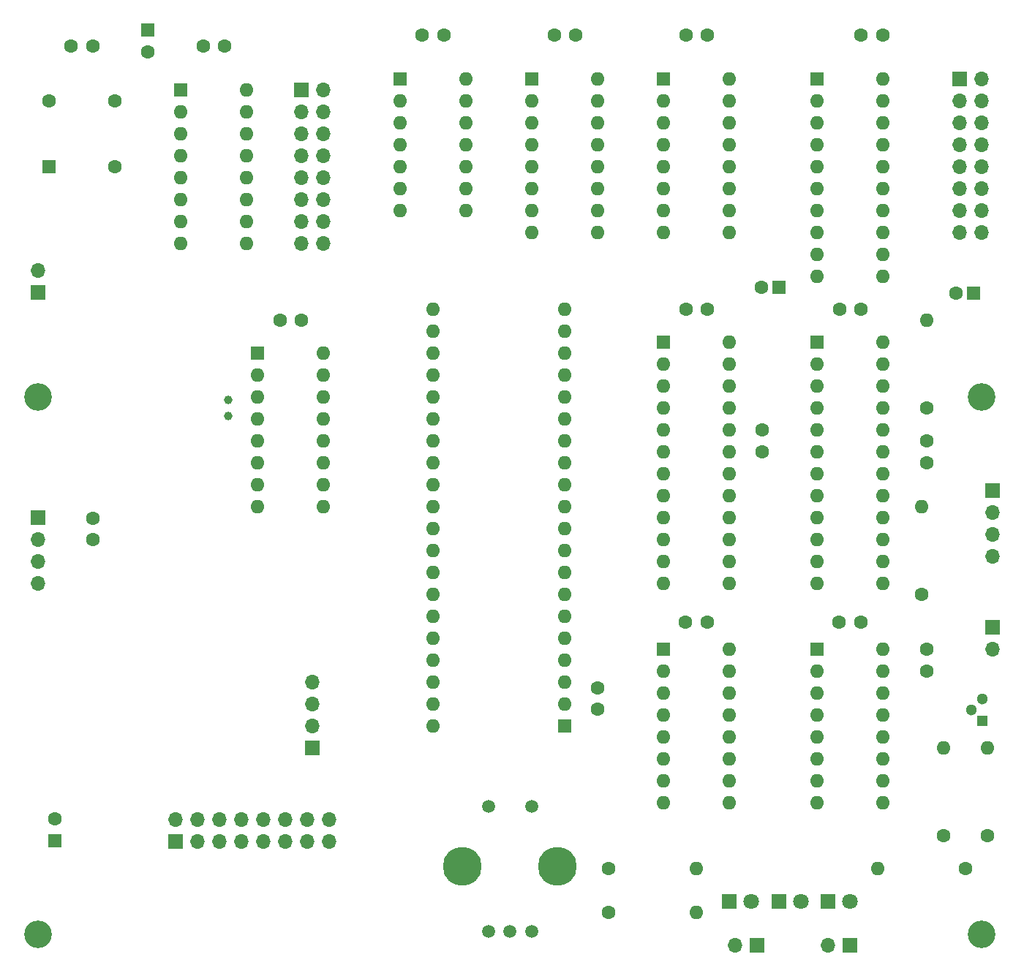
<source format=gbr>
%TF.GenerationSoftware,KiCad,Pcbnew,6.0.11-2627ca5db0~126~ubuntu22.04.1*%
%TF.CreationDate,2023-02-12T13:00:49-05:00*%
%TF.ProjectId,dac,6461632e-6b69-4636-9164-5f7063625858,rev?*%
%TF.SameCoordinates,Original*%
%TF.FileFunction,Soldermask,Top*%
%TF.FilePolarity,Negative*%
%FSLAX46Y46*%
G04 Gerber Fmt 4.6, Leading zero omitted, Abs format (unit mm)*
G04 Created by KiCad (PCBNEW 6.0.11-2627ca5db0~126~ubuntu22.04.1) date 2023-02-12 13:00:49*
%MOMM*%
%LPD*%
G01*
G04 APERTURE LIST*
%ADD10R,1.600000X1.600000*%
%ADD11O,1.600000X1.600000*%
%ADD12C,1.600000*%
%ADD13R,1.800000X1.800000*%
%ADD14C,1.800000*%
%ADD15C,3.200000*%
%ADD16R,1.700000X1.700000*%
%ADD17O,1.700000X1.700000*%
%ADD18C,1.500000*%
%ADD19C,4.500000*%
%ADD20C,1.300000*%
%ADD21R,1.300000X1.300000*%
%ADD22C,1.000000*%
G04 APERTURE END LIST*
D10*
%TO.C,U8*%
X119390000Y-100325000D03*
D11*
X119390000Y-102865000D03*
X119390000Y-105405000D03*
X119390000Y-107945000D03*
X119390000Y-110485000D03*
X119390000Y-113025000D03*
X119390000Y-115565000D03*
X119390000Y-118105000D03*
X119390000Y-120645000D03*
X119390000Y-123185000D03*
X119390000Y-125725000D03*
X119390000Y-128265000D03*
X127010000Y-128265000D03*
X127010000Y-125725000D03*
X127010000Y-123185000D03*
X127010000Y-120645000D03*
X127010000Y-118105000D03*
X127010000Y-115565000D03*
X127010000Y-113025000D03*
X127010000Y-110485000D03*
X127010000Y-107945000D03*
X127010000Y-105405000D03*
X127010000Y-102865000D03*
X127010000Y-100325000D03*
%TD*%
D12*
%TO.C,C20*%
X106660000Y-132715000D03*
X104160000Y-132715000D03*
%TD*%
%TO.C,C19*%
X121940000Y-132715000D03*
X124440000Y-132715000D03*
%TD*%
D11*
%TO.C,U11*%
X109230000Y-135890000D03*
X109230000Y-138430000D03*
X109230000Y-140970000D03*
X109230000Y-143510000D03*
X109230000Y-146050000D03*
X109230000Y-148590000D03*
X109230000Y-151130000D03*
X109230000Y-153670000D03*
X101610000Y-153670000D03*
X101610000Y-151130000D03*
X101610000Y-148590000D03*
X101610000Y-146050000D03*
X101610000Y-143510000D03*
X101610000Y-140970000D03*
X101610000Y-138430000D03*
D10*
X101610000Y-135890000D03*
%TD*%
%TO.C,U10*%
X119390000Y-135890000D03*
D11*
X119390000Y-138430000D03*
X119390000Y-140970000D03*
X119390000Y-143510000D03*
X119390000Y-146050000D03*
X119390000Y-148590000D03*
X119390000Y-151130000D03*
X119390000Y-153670000D03*
X127010000Y-153670000D03*
X127010000Y-151130000D03*
X127010000Y-148590000D03*
X127010000Y-146050000D03*
X127010000Y-143510000D03*
X127010000Y-140970000D03*
X127010000Y-138430000D03*
X127010000Y-135890000D03*
%TD*%
D10*
%TO.C,U6*%
X54620000Y-101615000D03*
D11*
X54620000Y-104155000D03*
X54620000Y-106695000D03*
X54620000Y-109235000D03*
X54620000Y-111775000D03*
X54620000Y-114315000D03*
X54620000Y-116855000D03*
X54620000Y-119395000D03*
X62240000Y-119395000D03*
X62240000Y-116855000D03*
X62240000Y-114315000D03*
X62240000Y-111775000D03*
X62240000Y-109235000D03*
X62240000Y-106695000D03*
X62240000Y-104155000D03*
X62240000Y-101615000D03*
%TD*%
D13*
%TO.C,D1*%
X120645000Y-165100000D03*
D14*
X123185000Y-165100000D03*
%TD*%
D10*
%TO.C,U5*%
X101600000Y-69850000D03*
D11*
X101600000Y-72390000D03*
X101600000Y-74930000D03*
X101600000Y-77470000D03*
X101600000Y-80010000D03*
X101600000Y-82550000D03*
X101600000Y-85090000D03*
X101600000Y-87630000D03*
X109220000Y-87630000D03*
X109220000Y-85090000D03*
X109220000Y-82550000D03*
X109220000Y-80010000D03*
X109220000Y-77470000D03*
X109220000Y-74930000D03*
X109220000Y-72390000D03*
X109220000Y-69850000D03*
%TD*%
D15*
%TO.C,H1*%
X29210000Y-168910000D03*
%TD*%
D13*
%TO.C,D3*%
X109215000Y-165100000D03*
D14*
X111755000Y-165100000D03*
%TD*%
D11*
%TO.C,R4*%
X133985000Y-147320000D03*
D12*
X133985000Y-157480000D03*
%TD*%
D16*
%TO.C,J4*%
X59685000Y-71135000D03*
D17*
X62225000Y-71135000D03*
X59685000Y-73675000D03*
X62225000Y-73675000D03*
X59685000Y-76215000D03*
X62225000Y-76215000D03*
X59685000Y-78755000D03*
X62225000Y-78755000D03*
X59685000Y-81295000D03*
X62225000Y-81295000D03*
X59685000Y-83835000D03*
X62225000Y-83835000D03*
X59685000Y-86375000D03*
X62225000Y-86375000D03*
X59685000Y-88915000D03*
X62225000Y-88915000D03*
%TD*%
D12*
%TO.C,R5*%
X132080000Y-107950000D03*
D11*
X132080000Y-97790000D03*
%TD*%
D12*
%TO.C,R3*%
X95250000Y-166370000D03*
D11*
X105410000Y-166370000D03*
%TD*%
D12*
%TO.C,R7*%
X139065000Y-157480000D03*
D11*
X139065000Y-147320000D03*
%TD*%
D12*
%TO.C,C6*%
X106680000Y-96520000D03*
X104180000Y-96520000D03*
%TD*%
%TO.C,C8*%
X113030000Y-113010000D03*
X113030000Y-110510000D03*
%TD*%
D16*
%TO.C,SW1*%
X112395000Y-170180000D03*
D17*
X109855000Y-170180000D03*
%TD*%
D12*
%TO.C,C3*%
X91440000Y-64770000D03*
X88940000Y-64770000D03*
%TD*%
%TO.C,C4*%
X93980000Y-142855000D03*
X93980000Y-140355000D03*
%TD*%
%TO.C,C11*%
X132080000Y-135890000D03*
X132080000Y-138390000D03*
%TD*%
%TO.C,C13*%
X76160000Y-64770000D03*
X73660000Y-64770000D03*
%TD*%
D16*
%TO.C,BT1*%
X29210000Y-94600000D03*
D17*
X29210000Y-92060000D03*
%TD*%
D15*
%TO.C,H2*%
X138430000Y-106680000D03*
%TD*%
D18*
%TO.C,IC1*%
X81320000Y-168540000D03*
X86320000Y-168540000D03*
X83820000Y-168540000D03*
X81320000Y-154040000D03*
X86320000Y-154040000D03*
D19*
X78320000Y-161040000D03*
X89320000Y-161040000D03*
%TD*%
D10*
%TO.C,U9*%
X101600000Y-100330000D03*
D11*
X101600000Y-102870000D03*
X101600000Y-105410000D03*
X101600000Y-107950000D03*
X101600000Y-110490000D03*
X101600000Y-113030000D03*
X101600000Y-115570000D03*
X101600000Y-118110000D03*
X101600000Y-120650000D03*
X101600000Y-123190000D03*
X101600000Y-125730000D03*
X101600000Y-128270000D03*
X109220000Y-128270000D03*
X109220000Y-125730000D03*
X109220000Y-123190000D03*
X109220000Y-120650000D03*
X109220000Y-118110000D03*
X109220000Y-115570000D03*
X109220000Y-113030000D03*
X109220000Y-110490000D03*
X109220000Y-107950000D03*
X109220000Y-105410000D03*
X109220000Y-102870000D03*
X109220000Y-100330000D03*
%TD*%
D16*
%TO.C,J7*%
X139700000Y-117475000D03*
D17*
X139700000Y-120015000D03*
X139700000Y-122555000D03*
X139700000Y-125095000D03*
%TD*%
D11*
%TO.C,R2*%
X105410000Y-161290000D03*
D12*
X95250000Y-161290000D03*
%TD*%
D16*
%TO.C,J5*%
X139700000Y-133345000D03*
D17*
X139700000Y-135885000D03*
%TD*%
D16*
%TO.C,J3*%
X45085000Y-158115000D03*
D17*
X45085000Y-155575000D03*
X47625000Y-158115000D03*
X47625000Y-155575000D03*
X50165000Y-158115000D03*
X50165000Y-155575000D03*
X52705000Y-158115000D03*
X52705000Y-155575000D03*
X55245000Y-158115000D03*
X55245000Y-155575000D03*
X57785000Y-158115000D03*
X57785000Y-155575000D03*
X60325000Y-158115000D03*
X60325000Y-155575000D03*
X62865000Y-158115000D03*
X62865000Y-155575000D03*
%TD*%
D16*
%TO.C,SW2*%
X123195000Y-170180000D03*
D17*
X120655000Y-170180000D03*
%TD*%
D20*
%TO.C,Q1*%
X138515000Y-141605000D03*
X137245000Y-142875000D03*
D21*
X138515000Y-144145000D03*
%TD*%
D22*
%TO.C,Y1*%
X51240000Y-107000000D03*
X51240000Y-108900000D03*
%TD*%
D10*
%TO.C,U1*%
X45720000Y-71120000D03*
D11*
X45720000Y-73660000D03*
X45720000Y-76200000D03*
X45720000Y-78740000D03*
X45720000Y-81280000D03*
X45720000Y-83820000D03*
X45720000Y-86360000D03*
X45720000Y-88900000D03*
X53340000Y-88900000D03*
X53340000Y-86360000D03*
X53340000Y-83820000D03*
X53340000Y-81280000D03*
X53340000Y-78740000D03*
X53340000Y-76200000D03*
X53340000Y-73660000D03*
X53340000Y-71120000D03*
%TD*%
D10*
%TO.C,U4*%
X119390000Y-69850000D03*
D11*
X119390000Y-72390000D03*
X119390000Y-74930000D03*
X119390000Y-77470000D03*
X119390000Y-80010000D03*
X119390000Y-82550000D03*
X119390000Y-85090000D03*
X119390000Y-87630000D03*
X119390000Y-90170000D03*
X119390000Y-92710000D03*
X127010000Y-92710000D03*
X127010000Y-90170000D03*
X127010000Y-87630000D03*
X127010000Y-85090000D03*
X127010000Y-82550000D03*
X127010000Y-80010000D03*
X127010000Y-77470000D03*
X127010000Y-74930000D03*
X127010000Y-72390000D03*
X127010000Y-69850000D03*
%TD*%
D10*
%TO.C,U3*%
X86360000Y-69850000D03*
D11*
X86360000Y-72390000D03*
X86360000Y-74930000D03*
X86360000Y-77470000D03*
X86360000Y-80010000D03*
X86360000Y-82550000D03*
X86360000Y-85090000D03*
X86360000Y-87630000D03*
X93980000Y-87630000D03*
X93980000Y-85090000D03*
X93980000Y-82550000D03*
X93980000Y-80010000D03*
X93980000Y-77470000D03*
X93980000Y-74930000D03*
X93980000Y-72390000D03*
X93980000Y-69850000D03*
%TD*%
D12*
%TO.C,C7*%
X126960000Y-64770000D03*
X124460000Y-64770000D03*
%TD*%
D10*
%TO.C,C14*%
X137480113Y-94615000D03*
D12*
X135480113Y-94615000D03*
%TD*%
D13*
%TO.C,D2*%
X114930000Y-165100000D03*
D14*
X117470000Y-165100000D03*
%TD*%
D10*
%TO.C,X1*%
X30480000Y-80010000D03*
D12*
X38100000Y-80010000D03*
X38100000Y-72390000D03*
X30480000Y-72390000D03*
%TD*%
%TO.C,C1*%
X35560000Y-120690000D03*
X35560000Y-123190000D03*
%TD*%
%TO.C,C9*%
X59690000Y-97790000D03*
X57190000Y-97790000D03*
%TD*%
%TO.C,R6*%
X131445000Y-129540000D03*
D11*
X131445000Y-119380000D03*
%TD*%
D12*
%TO.C,C12*%
X50800000Y-66040000D03*
X48300000Y-66040000D03*
%TD*%
D16*
%TO.C,J1*%
X29210000Y-120660000D03*
D17*
X29210000Y-123200000D03*
X29210000Y-125740000D03*
X29210000Y-128280000D03*
%TD*%
D12*
%TO.C,C16*%
X33020000Y-66040000D03*
X35520000Y-66040000D03*
%TD*%
D15*
%TO.C,H4*%
X138430000Y-168910000D03*
%TD*%
D10*
%TO.C,C17*%
X41910000Y-64199888D03*
D12*
X41910000Y-66699888D03*
%TD*%
%TO.C,C10*%
X106680000Y-64770000D03*
X104180000Y-64770000D03*
%TD*%
D16*
%TO.C,J2*%
X135890000Y-69850000D03*
D17*
X138430000Y-69850000D03*
X135890000Y-72390000D03*
X138430000Y-72390000D03*
X135890000Y-74930000D03*
X138430000Y-74930000D03*
X135890000Y-77470000D03*
X138430000Y-77470000D03*
X135890000Y-80010000D03*
X138430000Y-80010000D03*
X135890000Y-82550000D03*
X138430000Y-82550000D03*
X135890000Y-85090000D03*
X138430000Y-85090000D03*
X135890000Y-87630000D03*
X138430000Y-87630000D03*
%TD*%
D15*
%TO.C,H3*%
X29210000Y-106680000D03*
%TD*%
D12*
%TO.C,C5*%
X132060000Y-111780000D03*
X132060000Y-114280000D03*
%TD*%
%TO.C,R1*%
X136525000Y-161290000D03*
D11*
X126365000Y-161290000D03*
%TD*%
D10*
%TO.C,C18*%
X31115000Y-158050112D03*
D12*
X31115000Y-155550112D03*
%TD*%
%TO.C,C2*%
X124460000Y-96520000D03*
X121960000Y-96520000D03*
%TD*%
D10*
%TO.C,C15*%
X114940904Y-93980000D03*
D12*
X112940904Y-93980000D03*
%TD*%
D16*
%TO.C,J6*%
X60960000Y-147320000D03*
D17*
X60960000Y-144780000D03*
X60960000Y-142240000D03*
X60960000Y-139700000D03*
%TD*%
D10*
%TO.C,U2*%
X71130000Y-69845000D03*
D11*
X71130000Y-72385000D03*
X71130000Y-74925000D03*
X71130000Y-77465000D03*
X71130000Y-80005000D03*
X71130000Y-82545000D03*
X71130000Y-85085000D03*
X78750000Y-85085000D03*
X78750000Y-82545000D03*
X78750000Y-80005000D03*
X78750000Y-77465000D03*
X78750000Y-74925000D03*
X78750000Y-72385000D03*
X78750000Y-69845000D03*
%TD*%
D10*
%TO.C,U7*%
X90170000Y-144775000D03*
D11*
X90170000Y-142235000D03*
X90170000Y-139695000D03*
X90170000Y-137155000D03*
X90170000Y-134615000D03*
X90170000Y-132075000D03*
X90170000Y-129535000D03*
X90170000Y-126995000D03*
X90170000Y-124455000D03*
X90170000Y-121915000D03*
X90170000Y-119375000D03*
X90170000Y-116835000D03*
X90170000Y-114295000D03*
X90170000Y-111755000D03*
X90170000Y-109215000D03*
X90170000Y-106675000D03*
X90170000Y-104135000D03*
X90170000Y-101595000D03*
X90170000Y-99055000D03*
X90170000Y-96515000D03*
X74930000Y-96515000D03*
X74930000Y-99055000D03*
X74930000Y-101595000D03*
X74930000Y-104135000D03*
X74930000Y-106675000D03*
X74930000Y-109215000D03*
X74930000Y-111755000D03*
X74930000Y-114295000D03*
X74930000Y-116835000D03*
X74930000Y-119375000D03*
X74930000Y-121915000D03*
X74930000Y-124455000D03*
X74930000Y-126995000D03*
X74930000Y-129535000D03*
X74930000Y-132075000D03*
X74930000Y-134615000D03*
X74930000Y-137155000D03*
X74930000Y-139695000D03*
X74930000Y-142235000D03*
X74930000Y-144775000D03*
%TD*%
M02*

</source>
